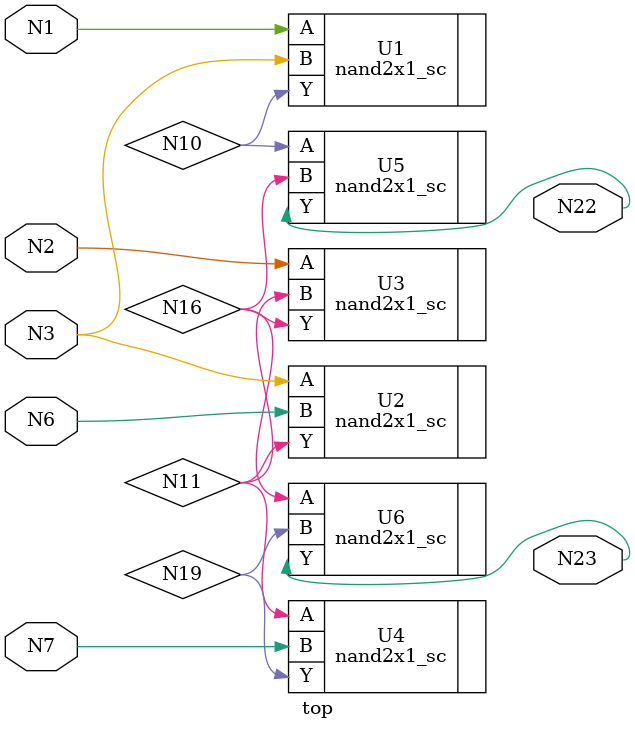
<source format=v>
module top (
  input N1, N2, N3, N6, N7,
  output N22, N23
);

  wire N10, N11, N16, N19;

  nand2x1_sc U1 (
    .A (N1),
    .B (N3),
    .Y (N10)
  );

  nand2x1_sc U2 (
    .A (N3),
    .B (N6),
    .Y (N11)
  );

  nand2x1_sc U3 (
    .A (N2),
    .B (N11),
    .Y (N16)
  );

  nand2x1_sc U4 (
    .A (N11),
    .B (N7),
    .Y (N19)
  );

  nand2x1_sc U5 (
    .A (N10),
    .B (N16),
    .Y (N22)
  );

  nand2x1_sc U6 (
    .A (N16),
    .B (N19),
    .Y (N23)
  );

endmodule


</source>
